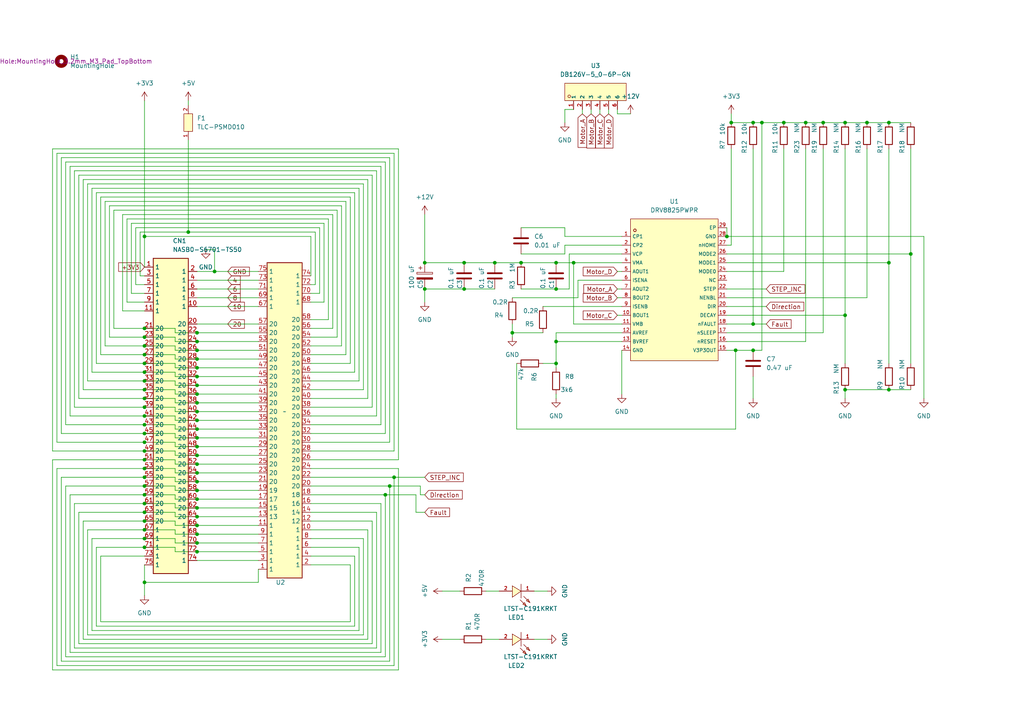
<source format=kicad_sch>
(kicad_sch (version 20230121) (generator eeschema)
  (paper "A4")
  (lib_symbols
    (symbol "Device:C" (pin_numbers hide) (pin_names (offset 0.254))
      (property "Reference" "C" (at 0.635 2.54 0))
      (property "Value" "C" (at 0.635 -2.54 0))
      (symbol "C_1_1"
        (pin passive line (at 0 3.81 270) (length 2.794) (name "~") (number "1"))
        (pin passive line (at 0 -3.81 90) (length 2.794) (name "~") (number "2"))
      )
    )
    (symbol "Device:C_Polarized" (pin_numbers hide) (pin_names (offset 0.254))
      (property "Reference" "C" (at 0.635 2.54 0))
      (property "Value" "C_Polarized" (at 0.635 -2.54 0))
      (symbol "C_Polarized_1_1"
        (pin passive line (at 0 3.81 270) (length 2.794) (name "~") (number "1"))
        (pin passive line (at 0 -3.81 90) (length 2.794) (name "~") (number "2"))
      )
    )
    (symbol "Device:R" (pin_numbers hide) (pin_names (offset 0))
      (property "Reference" "R" (at 2.032 0 90))
      (property "Value" "R" (at 0 0 90))
      (symbol "R_1_1"
        (pin passive line (at 0 3.81 270) (length 1.27) (name "~") (number "1"))
        (pin passive line (at 0 -3.81 90) (length 1.27) (name "~") (number "2"))
      )
    )
    (symbol "JLC:DB126V-5_0-6P-GN"
      (property "Reference" "U" (at 0 1.27 0))
      (property "Value" "DB126V-5_0-6P-GN" (at 0 -2.54 0))
      (symbol "DB126V-5_0-6P-GN_0_1"
        (pin unspecified line (at -5.08 6.35 0) (length 2.54) (name "1") (number "1"))
        (pin unspecified line (at -5.08 3.81 0) (length 2.54) (name "2") (number "2"))
        (pin unspecified line (at -5.08 1.27 0) (length 2.54) (name "3") (number "3"))
        (pin unspecified line (at -5.08 -1.27 0) (length 2.54) (name "4") (number "4"))
        (pin unspecified line (at -5.08 -3.81 0) (length 2.54) (name "5") (number "5"))
        (pin unspecified line (at -5.08 -6.35 0) (length 2.54) (name "6") (number "6"))
      )
    )
    (symbol "JLC:DRV8825PWPR"
      (property "Reference" "U1" (at 0 26.67 0))
      (property "Value" "DRV8825PWPR" (at 0 24.13 0))
      (symbol "DRV8825PWPR_0_1"
        (pin unspecified line (at -15.24 16.51 0) (length 2.54) (name "CP1") (number "1"))
        (pin unspecified line (at -15.24 -6.35 0) (length 2.54) (name "BOUT1") (number "10"))
        (pin unspecified line (at -15.24 -8.89 0) (length 2.54) (name "VMB") (number "11"))
        (pin unspecified line (at -15.24 -11.43 0) (length 2.54) (name "AVREF") (number "12"))
        (pin unspecified line (at -15.24 -13.97 0) (length 2.54) (name "BVREF") (number "13"))
        (pin unspecified line (at -15.24 -16.51 0) (length 2.54) (name "GND") (number "14"))
        (pin unspecified line (at 15.24 -16.51 180) (length 2.54) (name "V3P3OUT") (number "15"))
        (pin unspecified line (at 15.24 -13.97 180) (length 2.54) (name "nRESET") (number "16"))
        (pin unspecified line (at 15.24 -11.43 180) (length 2.54) (name "nSLEEP") (number "17"))
        (pin unspecified line (at 15.24 -8.89 180) (length 2.54) (name "nFAULT") (number "18"))
        (pin unspecified line (at 15.24 -6.35 180) (length 2.54) (name "DECAY") (number "19"))
        (pin unspecified line (at -15.24 13.97 0) (length 2.54) (name "CP2") (number "2"))
        (pin unspecified line (at 15.24 -3.81 180) (length 2.54) (name "DIR") (number "20"))
        (pin unspecified line (at 15.24 -1.27 180) (length 2.54) (name "NENBL") (number "21"))
        (pin unspecified line (at 15.24 1.27 180) (length 2.54) (name "STEP") (number "22"))
        (pin unspecified line (at 15.24 3.81 180) (length 2.54) (name "NC") (number "23"))
        (pin unspecified line (at 15.24 6.35 180) (length 2.54) (name "MODE0") (number "24"))
        (pin unspecified line (at 15.24 8.89 180) (length 2.54) (name "MODE1") (number "25"))
        (pin unspecified line (at 15.24 11.43 180) (length 2.54) (name "MODE2") (number "26"))
        (pin unspecified line (at 15.24 13.97 180) (length 2.54) (name "nHOME") (number "27"))
        (pin unspecified line (at 15.24 16.51 180) (length 2.54) (name "GND") (number "28"))
        (pin unspecified line (at -15.24 11.43 0) (length 2.54) (name "VCP") (number "3"))
        (pin unspecified line (at -15.24 8.89 0) (length 2.54) (name "VMA") (number "4"))
        (pin unspecified line (at -15.24 6.35 0) (length 2.54) (name "AOUT1") (number "5"))
        (pin unspecified line (at -15.24 3.81 0) (length 2.54) (name "ISENA") (number "6"))
        (pin unspecified line (at -15.24 1.27 0) (length 2.54) (name "AOUT2") (number "7"))
        (pin unspecified line (at -15.24 -1.27 0) (length 2.54) (name "BOUT2") (number "8"))
        (pin unspecified line (at -15.24 -3.81 0) (length 2.54) (name "ISENB") (number "9"))
      )
      (symbol "DRV8825PWPR_1_1"
        (pin unspecified line (at 15.24 19.05 180) (length 2.54) (name "EP") (number "29"))
      )
    )
    (symbol "JLC:LTST-C191KRKT" (pin_names hide)
      (property "Reference" "LED" (at 0 1.27 0))
      (property "Value" "LTST-C191KRKT" (at 0 -2.54 0))
      (symbol "LTST-C191KRKT_0_1"
        (pin unspecified line (at -5.08 0 0) (length 3.81) (name "-") (number "1"))
        (pin unspecified line (at 5.08 0 180) (length 3.81) (name "+") (number "2"))
      )
    )
    (symbol "JLC:TLC-PSMD010" (pin_names hide)
      (property "Reference" "F" (at 0 1.27 0))
      (property "Value" "TLC-PSMD010" (at 0 -2.54 0))
      (symbol "TLC-PSMD010_0_1"
        (pin unspecified line (at -5.08 0 0) (length 2.54) (name "1") (number "1"))
        (pin unspecified line (at 5.08 0 180) (length 2.54) (name "2") (number "2"))
      )
    )
    (symbol "JLC_parts:NASB0-S6701-TS50"
      (property "Reference" "CN" (at 0 1.27 0))
      (property "Value" "NASB0-S6701-TS50" (at 0 -2.54 0))
      (symbol "NASB0-S6701-TS50_1_1"
        (pin input line (at -6.35 45.72 0) (length 2.54) (name "1") (number "1"))
        (pin input line (at 8.89 34.29 180) (length 2.54) (name "1") (number "10"))
        (pin input line (at -6.35 33.02 0) (length 2.54) (name "1") (number "11"))
        (pin input line (at 8.89 44.45 180) (length 2.54) (name "1") (number "2"))
        (pin input line (at 8.89 29.21 180) (length 2.54) (name "20") (number "20"))
        (pin input line (at -6.35 27.94 0) (length 2.54) (name "20") (number "21"))
        (pin input line (at 8.89 26.67 180) (length 2.54) (name "20") (number "22"))
        (pin input line (at -6.35 25.4 0) (length 2.54) (name "20") (number "23"))
        (pin input line (at 8.89 24.13 180) (length 2.54) (name "20") (number "24"))
        (pin input line (at -6.35 22.86 0) (length 2.54) (name "20") (number "25"))
        (pin input line (at 8.89 21.59 180) (length 2.54) (name "20") (number "26"))
        (pin input line (at -6.35 20.32 0) (length 2.54) (name "20") (number "27"))
        (pin input line (at 8.89 19.05 180) (length 2.54) (name "20") (number "28"))
        (pin input line (at -6.35 17.78 0) (length 2.54) (name "20") (number "29"))
        (pin input line (at -6.35 43.18 0) (length 2.54) (name "1") (number "3"))
        (pin input line (at 8.89 16.51 180) (length 2.54) (name "20") (number "30"))
        (pin input line (at -6.35 15.24 0) (length 2.54) (name "20") (number "31"))
        (pin input line (at 8.89 13.97 180) (length 2.54) (name "20") (number "32"))
        (pin input line (at -6.35 12.7 0) (length 2.54) (name "20") (number "33"))
        (pin input line (at 8.89 11.43 180) (length 2.54) (name "20") (number "34"))
        (pin input line (at -6.35 10.16 0) (length 2.54) (name "20") (number "35"))
        (pin input line (at 8.89 8.89 180) (length 2.54) (name "20") (number "36"))
        (pin input line (at -6.35 7.62 0) (length 2.54) (name "20") (number "37"))
        (pin input line (at 8.89 6.35 180) (length 2.54) (name "20") (number "38"))
        (pin input line (at -6.35 5.08 0) (length 2.54) (name "20") (number "39"))
        (pin input line (at 8.89 41.91 180) (length 2.54) (name "1") (number "4"))
        (pin input line (at 8.89 3.81 180) (length 2.54) (name "20") (number "40"))
        (pin input line (at -6.35 2.54 0) (length 2.54) (name "20") (number "41"))
        (pin input line (at 8.89 1.27 180) (length 2.54) (name "20") (number "42"))
        (pin input line (at -6.35 0 0) (length 2.54) (name "20") (number "43"))
        (pin input line (at 8.89 -1.27 180) (length 2.54) (name "20") (number "44"))
        (pin input line (at -6.35 -2.54 0) (length 2.54) (name "20") (number "45"))
        (pin input line (at 8.89 -3.81 180) (length 2.54) (name "20") (number "46"))
        (pin input line (at -6.35 -5.08 0) (length 2.54) (name "20") (number "47"))
        (pin input line (at 8.89 -6.35 180) (length 2.54) (name "20") (number "48"))
        (pin input line (at -6.35 -7.62 0) (length 2.54) (name "20") (number "49"))
        (pin input line (at -6.35 40.64 0) (length 2.54) (name "1") (number "5"))
        (pin input line (at 8.89 -8.89 180) (length 2.54) (name "20") (number "50"))
        (pin input line (at -6.35 -10.16 0) (length 2.54) (name "20") (number "51"))
        (pin input line (at 8.89 -11.43 180) (length 2.54) (name "20") (number "52"))
        (pin input line (at -6.35 -12.7 0) (length 2.54) (name "20") (number "53"))
        (pin input line (at 8.89 -13.97 180) (length 2.54) (name "20") (number "54"))
        (pin input line (at -6.35 -15.24 0) (length 2.54) (name "20") (number "55"))
        (pin input line (at 8.89 -16.51 180) (length 2.54) (name "20") (number "56"))
        (pin input line (at -6.35 -17.78 0) (length 2.54) (name "20") (number "57"))
        (pin input line (at 8.89 -19.05 180) (length 2.54) (name "20") (number "58"))
        (pin input line (at -6.35 -20.32 0) (length 2.54) (name "20") (number "59"))
        (pin input line (at 8.89 39.37 180) (length 2.54) (name "1") (number "6"))
        (pin input line (at 8.89 -21.59 180) (length 2.54) (name "20") (number "60"))
        (pin input line (at -6.35 -22.86 0) (length 2.54) (name "20") (number "61"))
        (pin input line (at 8.89 -24.13 180) (length 2.54) (name "20") (number "62"))
        (pin input line (at -6.35 -25.4 0) (length 2.54) (name "20") (number "63"))
        (pin input line (at 8.89 -26.67 180) (length 2.54) (name "20") (number "64"))
        (pin input line (at -6.35 -27.94 0) (length 2.54) (name "20") (number "65"))
        (pin input line (at 8.89 -29.21 180) (length 2.54) (name "1") (number "66"))
        (pin input line (at -6.35 -30.48 0) (length 2.54) (name "1") (number "67"))
        (pin input line (at 8.89 -31.75 180) (length 2.54) (name "1") (number "68"))
        (pin input line (at -6.35 -33.02 0) (length 2.54) (name "1") (number "69"))
        (pin input line (at -6.35 38.1 0) (length 2.54) (name "1") (number "7"))
        (pin input line (at 8.89 -34.29 180) (length 2.54) (name "1") (number "70"))
        (pin input line (at -6.35 -35.56 0) (length 2.54) (name "1") (number "71"))
        (pin input line (at 8.89 -36.83 180) (length 2.54) (name "1") (number "72"))
        (pin input line (at -6.35 -38.1 0) (length 2.54) (name "1") (number "73"))
        (pin input line (at 8.89 -39.37 180) (length 2.54) (name "1") (number "74"))
        (pin input line (at -6.35 -40.64 0) (length 2.54) (name "1") (number "75"))
        (pin input line (at 8.89 36.83 180) (length 2.54) (name "1") (number "8"))
        (pin input line (at -6.35 35.56 0) (length 2.54) (name "1") (number "9"))
      )
    )
    (symbol "JLC_parts:m.2_M_edge_fingers"
      (property "Reference" "U" (at 0 -7.62 0))
      (symbol "m.2_M_edge_fingers_1_1"
        (pin input line (at -7.62 45.72 0) (length 2.54) (name "1") (number "1"))
        (pin input line (at 7.62 34.29 180) (length 2.54) (name "1") (number "10"))
        (pin input line (at -7.62 33.02 0) (length 2.54) (name "1") (number "11"))
        (pin input line (at 7.62 31.75 180) (length 2.54) (name "12") (number "12"))
        (pin input line (at -7.62 30.48 0) (length 2.54) (name "13") (number "13"))
        (pin input line (at 7.62 29.21 180) (length 2.54) (name "14") (number "14"))
        (pin input line (at -7.62 27.94 0) (length 2.54) (name "15") (number "15"))
        (pin input line (at 7.62 26.67 180) (length 2.54) (name "16") (number "16"))
        (pin input line (at -7.62 25.4 0) (length 2.54) (name "17") (number "17"))
        (pin input line (at 7.62 24.13 180) (length 2.54) (name "18") (number "18"))
        (pin input line (at -7.62 22.86 0) (length 2.54) (name "19") (number "19"))
        (pin input line (at 7.62 44.45 180) (length 2.54) (name "1") (number "2"))
        (pin input line (at 7.62 21.59 180) (length 2.54) (name "20") (number "20"))
        (pin input line (at -7.62 20.32 0) (length 2.54) (name "20") (number "21"))
        (pin input line (at 7.62 19.05 180) (length 2.54) (name "20") (number "22"))
        (pin input line (at -7.62 17.78 0) (length 2.54) (name "20") (number "23"))
        (pin input line (at 7.62 16.51 180) (length 2.54) (name "20") (number "24"))
        (pin input line (at -7.62 15.24 0) (length 2.54) (name "20") (number "25"))
        (pin input line (at 7.62 13.97 180) (length 2.54) (name "20") (number "26"))
        (pin input line (at -7.62 12.7 0) (length 2.54) (name "20") (number "27"))
        (pin input line (at 7.62 11.43 180) (length 2.54) (name "20") (number "28"))
        (pin input line (at -7.62 10.16 0) (length 2.54) (name "20") (number "29"))
        (pin input line (at -7.62 43.18 0) (length 2.54) (name "1") (number "3"))
        (pin input line (at 7.62 8.89 180) (length 2.54) (name "20") (number "30"))
        (pin input line (at -7.62 7.62 0) (length 2.54) (name "20") (number "31"))
        (pin input line (at 7.62 6.35 180) (length 2.54) (name "20") (number "32"))
        (pin input line (at -7.62 5.08 0) (length 2.54) (name "20") (number "33"))
        (pin input line (at 7.62 3.81 180) (length 2.54) (name "20") (number "34"))
        (pin input line (at -7.62 2.54 0) (length 2.54) (name "20") (number "35"))
        (pin input line (at 7.62 1.27 180) (length 2.54) (name "20") (number "36"))
        (pin input line (at -7.62 0 0) (length 2.54) (name "20") (number "37"))
        (pin input line (at 7.62 -1.27 180) (length 2.54) (name "20") (number "38"))
        (pin input line (at -7.62 -2.54 0) (length 2.54) (name "20") (number "39"))
        (pin input line (at 7.62 41.91 180) (length 2.54) (name "1") (number "4"))
        (pin input line (at 7.62 -3.81 180) (length 2.54) (name "20") (number "40"))
        (pin input line (at -7.62 -5.08 0) (length 2.54) (name "20") (number "41"))
        (pin input line (at 7.62 -6.35 180) (length 2.54) (name "20") (number "42"))
        (pin input line (at -7.62 -7.62 0) (length 2.54) (name "20") (number "43"))
        (pin input line (at 7.62 -8.89 180) (length 2.54) (name "20") (number "44"))
        (pin input line (at -7.62 -10.16 0) (length 2.54) (name "20") (number "45"))
        (pin input line (at 7.62 -11.43 180) (length 2.54) (name "20") (number "46"))
        (pin input line (at -7.62 -12.7 0) (length 2.54) (name "20") (number "47"))
        (pin input line (at 7.62 -13.97 180) (length 2.54) (name "20") (number "48"))
        (pin input line (at -7.62 -15.24 0) (length 2.54) (name "20") (number "49"))
        (pin input line (at -7.62 40.64 0) (length 2.54) (name "1") (number "5"))
        (pin input line (at 7.62 -16.51 180) (length 2.54) (name "20") (number "50"))
        (pin input line (at -7.62 -17.78 0) (length 2.54) (name "20") (number "51"))
        (pin input line (at 7.62 -19.05 180) (length 2.54) (name "20") (number "52"))
        (pin input line (at -7.62 -20.32 0) (length 2.54) (name "20") (number "53"))
        (pin input line (at 7.62 -21.59 180) (length 2.54) (name "20") (number "54"))
        (pin input line (at -7.62 -22.86 0) (length 2.54) (name "20") (number "55"))
        (pin input line (at 7.62 -24.13 180) (length 2.54) (name "20") (number "56"))
        (pin input line (at -7.62 -25.4 0) (length 2.54) (name "20") (number "57"))
        (pin input line (at 7.62 -26.67 180) (length 2.54) (name "20") (number "58"))
        (pin input line (at 7.62 39.37 180) (length 2.54) (name "1") (number "6"))
        (pin input line (at -7.62 -30.48 0) (length 2.54) (name "1") (number "67"))
        (pin input line (at 7.62 -31.75 180) (length 2.54) (name "1") (number "68"))
        (pin input line (at -7.62 -33.02 0) (length 2.54) (name "1") (number "69"))
        (pin input line (at -7.62 38.1 0) (length 2.54) (name "1") (number "7"))
        (pin input line (at 7.62 -34.29 180) (length 2.54) (name "1") (number "70"))
        (pin input line (at -7.62 -35.56 0) (length 2.54) (name "1") (number "71"))
        (pin input line (at 7.62 -36.83 180) (length 2.54) (name "1") (number "72"))
        (pin input line (at -7.62 -38.1 0) (length 2.54) (name "1") (number "73"))
        (pin input line (at 7.62 -39.37 180) (length 2.54) (name "1") (number "74"))
        (pin input line (at -7.62 -40.64 0) (length 2.54) (name "1") (number "75"))
        (pin input line (at 7.62 36.83 180) (length 2.54) (name "1") (number "8"))
        (pin input line (at -7.62 35.56 0) (length 2.54) (name "1") (number "9"))
      )
    )
    (symbol "Mechanical:MountingHole" (pin_names (offset 1.016))
      (property "Reference" "H" (at 0 5.08 0))
      (property "Value" "MountingHole" (at 0 3.175 0))
    )
    (symbol "power:+12V" (power) (pin_names (offset 0))
      (property "Value" "+12V" (at 0 3.556 0))
      (symbol "+12V_1_1"
        (pin power_in line (at 0 0 90) (length 0) hide (name "+12V") (number "1"))
      )
    )
    (symbol "power:+3V3" (power) (pin_names (offset 0))
      (property "Value" "+3V3" (at 0 3.556 0))
      (symbol "+3V3_1_1"
        (pin power_in line (at 0 0 90) (length 0) hide (name "+3V3") (number "1"))
      )
    )
    (symbol "power:+5V" (power) (pin_names (offset 0))
      (property "Value" "+5V" (at 0 3.556 0))
      (symbol "+5V_1_1"
        (pin power_in line (at 0 0 90) (length 0) hide (name "+5V") (number "1"))
      )
    )
    (symbol "power:GND" (power) (pin_names (offset 0))
      (property "Value" "GND" (at 0 -3.81 0))
      (symbol "GND_1_1"
        (pin power_in line (at 0 0 270) (length 0) hide (name "GND") (number "1"))
      )
    )
  )
  (junction (at 41.91 156.21))
  (junction (at 264.16 73.66))
  (junction (at 57.15 134.62))
  (junction (at 148.59 96.52))
  (junction (at 41.91 113.03))
  (junction (at 57.15 157.48))
  (junction (at 57.15 96.52))
  (junction (at 134.62 83.82))
  (junction (at 57.15 160.02))
  (junction (at 123.19 83.82))
  (junction (at 57.15 104.14))
  (junction (at 218.44 101.6))
  (junction (at 57.15 114.3))
  (junction (at 57.15 152.4))
  (junction (at 213.36 101.6))
  (junction (at 41.91 68.58))
  (junction (at 57.15 129.54))
  (junction (at 57.15 109.22))
  (junction (at 245.11 35.56))
  (junction (at 41.91 107.95))
  (junction (at 57.15 137.16))
  (junction (at 41.91 133.35))
  (junction (at 57.15 111.76))
  (junction (at 111.76 143.51))
  (junction (at 166.37 76.2))
  (junction (at 212.09 35.56))
  (junction (at 238.76 35.56))
  (junction (at 41.91 97.79))
  (junction (at 57.15 116.84))
  (junction (at 41.91 143.51))
  (junction (at 57.15 124.46))
  (junction (at 227.33 35.56))
  (junction (at 57.15 132.08))
  (junction (at 57.15 127))
  (junction (at 161.29 99.06))
  (junction (at 245.11 113.03))
  (junction (at 41.91 158.75))
  (junction (at 233.68 35.56))
  (junction (at 220.98 35.56))
  (junction (at 57.15 149.86))
  (junction (at 41.91 105.41))
  (junction (at 151.13 76.2))
  (junction (at 41.91 95.25))
  (junction (at 257.81 113.03))
  (junction (at 41.91 138.43))
  (junction (at 57.15 99.06))
  (junction (at 62.23 78.74))
  (junction (at 41.91 100.33))
  (junction (at 161.29 76.2))
  (junction (at 41.91 118.11))
  (junction (at 57.15 154.94))
  (junction (at 57.15 139.7))
  (junction (at 54.61 67.31))
  (junction (at 143.51 76.2))
  (junction (at 57.15 147.32))
  (junction (at 210.82 68.58))
  (junction (at 257.81 76.2))
  (junction (at 245.11 91.44))
  (junction (at 57.15 106.68))
  (junction (at 114.3 138.43))
  (junction (at 218.44 35.56))
  (junction (at 41.91 102.87))
  (junction (at 57.15 144.78))
  (junction (at 57.15 142.24))
  (junction (at 41.91 130.81))
  (junction (at 57.15 119.38))
  (junction (at 113.03 140.97))
  (junction (at 41.91 135.89))
  (junction (at 57.15 121.92))
  (junction (at 41.91 125.73))
  (junction (at 134.62 76.2))
  (junction (at 41.91 168.91))
  (junction (at 41.91 115.57))
  (junction (at 41.91 146.05))
  (junction (at 41.91 123.19))
  (junction (at 41.91 148.59))
  (junction (at 123.19 76.2))
  (junction (at 41.91 153.67))
  (junction (at 41.91 128.27))
  (junction (at 41.91 110.49))
  (junction (at 257.81 35.56))
  (junction (at 57.15 101.6))
  (junction (at 41.91 151.13))
  (junction (at 161.29 83.82))
  (junction (at 251.46 35.56))
  (junction (at 41.91 140.97))
  (junction (at 218.44 93.98))
  (junction (at 161.29 105.41))
  (junction (at 41.91 120.65))
  (wire (pts (xy 41.91 102.87) (xy 50.8 102.87)))
  (wire (pts (xy 110.49 123.19) (xy 110.49 48.26)))
  (wire (pts (xy 105.41 53.34) (xy 25.4 53.34)))
  (wire (pts (xy 179.07 83.82) (xy 180.34 83.82)))
  (wire (pts (xy 41.91 105.41) (xy 27.94 105.41)))
  (wire (pts (xy 218.44 109.22) (xy 218.44 115.57)))
  (wire (pts (xy 41.91 138.43) (xy 50.8 138.43)))
  (wire (pts (xy 165.1 83.82) (xy 161.29 83.82)))
  (wire (pts (xy 41.91 125.73) (xy 50.8 125.73)))
  (wire (pts (xy 90.17 128.27) (xy 113.03 128.27)))
  (wire (pts (xy 163.83 66.04) (xy 151.13 66.04)))
  (wire (pts (xy 210.82 78.74) (xy 227.33 78.74)))
  (wire (pts (xy 50.8 119.38) (xy 57.15 119.38)))
  (wire (pts (xy 50.8 127) (xy 57.15 127)))
  (wire (pts (xy 123.19 83.82) (xy 123.19 87.63)))
  (wire (pts (xy 50.8 107.95) (xy 50.8 109.22)))
  (wire (pts (xy 180.34 73.66) (xy 165.1 73.66)))
  (wire (pts (xy 41.91 151.13) (xy 50.8 151.13)))
  (wire (pts (xy 57.15 147.32) (xy 74.93 147.32)))
  (wire (pts (xy 50.8 135.89) (xy 50.8 137.16)))
  (wire (pts (xy 57.15 154.94) (xy 74.93 154.94)))
  (wire (pts (xy 41.91 100.33) (xy 50.8 100.33)))
  (wire (pts (xy 107.95 151.13) (xy 107.95 186.69)))
  (wire (pts (xy 171.45 33.02) (xy 171.45 31.75)))
  (wire (pts (xy 257.81 43.18) (xy 257.81 76.2)))
  (wire (pts (xy 101.6 57.15) (xy 29.21 57.15)))
  (wire (pts (xy 105.41 113.03) (xy 105.41 53.34)))
  (wire (pts (xy 90.17 153.67) (xy 106.68 153.67)))
  (wire (pts (xy 220.98 101.6) (xy 218.44 101.6)))
  (wire (pts (xy 210.82 88.9) (xy 222.25 88.9)))
  (wire (pts (xy 113.03 140.97) (xy 121.92 140.97)))
  (wire (pts (xy 41.91 100.33) (xy 30.48 100.33)))
  (wire (pts (xy 50.8 140.97) (xy 50.8 142.24)))
  (wire (pts (xy 151.13 73.66) (xy 163.83 73.66)))
  (wire (pts (xy 41.91 156.21) (xy 50.8 156.21)))
  (wire (pts (xy 54.61 40.64) (xy 54.61 67.31)))
  (wire (pts (xy 50.8 133.35) (xy 50.8 134.62)))
  (wire (pts (xy 50.8 106.68) (xy 57.15 106.68)))
  (wire (pts (xy 167.64 86.36) (xy 148.59 86.36)))
  (wire (pts (xy 29.21 57.15) (xy 29.21 102.87)))
  (wire (pts (xy 41.91 77.47) (xy 41.91 68.58)))
  (wire (pts (xy 20.32 48.26) (xy 20.32 120.65)))
  (wire (pts (xy 57.15 149.86) (xy 74.93 149.86)))
  (wire (pts (xy 41.91 118.11) (xy 21.59 118.11)))
  (wire (pts (xy 109.22 187.96) (xy 109.22 148.59)))
  (wire (pts (xy 41.91 146.05) (xy 21.59 146.05)))
  (wire (pts (xy 212.09 71.12) (xy 210.82 71.12)))
  (wire (pts (xy 93.98 64.77) (xy 38.1 64.77)))
  (wire (pts (xy 50.8 148.59) (xy 50.8 149.86)))
  (wire (pts (xy 106.68 115.57) (xy 106.68 52.07)))
  (wire (pts (xy 57.15 119.38) (xy 74.93 119.38)))
  (wire (pts (xy 50.8 124.46) (xy 57.15 124.46)))
  (wire (pts (xy 41.91 146.05) (xy 50.8 146.05)))
  (wire (pts (xy 220.98 35.56) (xy 227.33 35.56)))
  (wire (pts (xy 154.94 171.45) (xy 158.75 171.45)))
  (wire (pts (xy 41.91 107.95) (xy 50.8 107.95)))
  (wire (pts (xy 50.8 96.52) (xy 57.15 96.52)))
  (wire (pts (xy 212.09 33.02) (xy 212.09 35.56)))
  (wire (pts (xy 163.83 73.66) (xy 163.83 71.12)))
  (wire (pts (xy 102.87 107.95) (xy 90.17 107.95)))
  (wire (pts (xy 50.8 116.84) (xy 57.15 116.84)))
  (wire (pts (xy 57.15 134.62) (xy 74.93 134.62)))
  (wire (pts (xy 92.71 66.04) (xy 92.71 85.09)))
  (wire (pts (xy 24.13 185.42) (xy 106.68 185.42)))
  (wire (pts (xy 41.91 120.65) (xy 50.8 120.65)))
  (wire (pts (xy 57.15 109.22) (xy 74.93 109.22)))
  (wire (pts (xy 57.15 137.16) (xy 74.93 137.16)))
  (wire (pts (xy 161.29 76.2) (xy 166.37 76.2)))
  (wire (pts (xy 15.24 194.31) (xy 115.57 194.31)))
  (wire (pts (xy 57.15 111.76) (xy 74.93 111.76)))
  (wire (pts (xy 50.8 134.62) (xy 57.15 134.62)))
  (wire (pts (xy 50.8 109.22) (xy 57.15 109.22)))
  (wire (pts (xy 133.35 185.42) (xy 128.27 185.42)))
  (wire (pts (xy 41.91 133.35) (xy 15.24 133.35)))
  (wire (pts (xy 50.8 123.19) (xy 50.8 124.46)))
  (wire (pts (xy 257.81 76.2) (xy 257.81 105.41)))
  (wire (pts (xy 115.57 133.35) (xy 115.57 43.18)))
  (wire (pts (xy 110.49 189.23) (xy 20.32 189.23)))
  (wire (pts (xy 50.8 101.6) (xy 57.15 101.6)))
  (wire (pts (xy 50.8 125.73) (xy 50.8 127)))
  (wire (pts (xy 41.91 128.27) (xy 50.8 128.27)))
  (wire (pts (xy 93.98 87.63) (xy 93.98 64.77)))
  (wire (pts (xy 15.24 43.18) (xy 15.24 130.81)))
  (wire (pts (xy 165.1 73.66) (xy 165.1 83.82)))
  (wire (pts (xy 57.15 93.98) (xy 74.93 93.98)))
  (wire (pts (xy 90.17 143.51) (xy 111.76 143.51)))
  (wire (pts (xy 29.21 102.87) (xy 41.91 102.87)))
  (wire (pts (xy 90.17 125.73) (xy 111.76 125.73)))
  (wire (pts (xy 121.92 143.51) (xy 123.19 143.51)))
  (wire (pts (xy 210.82 83.82) (xy 222.25 83.82)))
  (wire (pts (xy 17.78 138.43) (xy 17.78 191.77)))
  (wire (pts (xy 91.44 82.55) (xy 90.17 82.55)))
  (wire (pts (xy 50.8 110.49) (xy 50.8 111.76)))
  (wire (pts (xy 57.15 162.56) (xy 74.93 162.56)))
  (wire (pts (xy 107.95 50.8) (xy 22.86 50.8)))
  (wire (pts (xy 90.17 95.25) (xy 96.52 95.25)))
  (wire (pts (xy 148.59 93.98) (xy 148.59 96.52)))
  (wire (pts (xy 41.91 123.19) (xy 19.05 123.19)))
  (wire (pts (xy 90.17 100.33) (xy 99.06 100.33)))
  (wire (pts (xy 50.8 99.06) (xy 57.15 99.06)))
  (wire (pts (xy 50.8 157.48) (xy 57.15 157.48)))
  (wire (pts (xy 113.03 128.27) (xy 113.03 45.72)))
  (wire (pts (xy 41.91 161.29) (xy 29.21 161.29)))
  (wire (pts (xy 30.48 58.42) (xy 100.33 58.42)))
  (wire (pts (xy 57.15 116.84) (xy 74.93 116.84)))
  (wire (pts (xy 50.8 154.94) (xy 57.15 154.94)))
  (wire (pts (xy 106.68 52.07) (xy 24.13 52.07)))
  (wire (pts (xy 50.8 138.43) (xy 50.8 139.7)))
  (wire (pts (xy 161.29 99.06) (xy 180.34 99.06)))
  (wire (pts (xy 50.8 120.65) (xy 50.8 121.92)))
  (wire (pts (xy 41.91 68.58) (xy 90.17 68.58)))
  (wire (pts (xy 41.91 156.21) (xy 26.67 156.21)))
  (wire (pts (xy 41.91 151.13) (xy 24.13 151.13)))
  (wire (pts (xy 251.46 43.18) (xy 251.46 86.36)))
  (wire (pts (xy 113.03 45.72) (xy 17.78 45.72)))
  (wire (pts (xy 41.91 87.63) (xy 36.83 87.63)))
  (wire (pts (xy 50.8 114.3) (xy 57.15 114.3)))
  (wire (pts (xy 168.91 33.02) (xy 168.91 31.75)))
  (wire (pts (xy 210.82 91.44) (xy 245.11 91.44)))
  (wire (pts (xy 19.05 190.5) (xy 19.05 140.97)))
  (wire (pts (xy 180.34 93.98) (xy 166.37 93.98)))
  (wire (pts (xy 16.51 135.89) (xy 41.91 135.89)))
  (wire (pts (xy 22.86 115.57) (xy 41.91 115.57)))
  (wire (pts (xy 62.23 72.39) (xy 59.69 72.39)))
  (wire (pts (xy 50.8 95.25) (xy 50.8 96.52)))
  (wire (pts (xy 39.37 66.04) (xy 92.71 66.04)))
  (wire (pts (xy 166.37 93.98) (xy 166.37 76.2)))
  (wire (pts (xy 90.17 113.03) (xy 105.41 113.03)))
  (wire (pts (xy 54.61 67.31) (xy 91.44 67.31)))
  (wire (pts (xy 57.15 81.28) (xy 74.93 81.28)))
  (wire (pts (xy 245.11 91.44) (xy 245.11 105.41)))
  (wire (pts (xy 57.15 157.48) (xy 74.93 157.48)))
  (wire (pts (xy 50.8 105.41) (xy 50.8 106.68)))
  (wire (pts (xy 149.86 124.46) (xy 213.36 124.46)))
  (wire (pts (xy 233.68 43.18) (xy 233.68 99.06)))
  (wire (pts (xy 180.34 96.52) (xy 161.29 96.52)))
  (wire (pts (xy 21.59 49.53) (xy 109.22 49.53)))
  (wire (pts (xy 264.16 43.18) (xy 264.16 73.66)))
  (wire (pts (xy 19.05 123.19) (xy 19.05 46.99)))
  (wire (pts (xy 26.67 54.61) (xy 104.14 54.61)))
  (wire (pts (xy 50.8 102.87) (xy 50.8 104.14)))
  (wire (pts (xy 41.91 107.95) (xy 26.67 107.95)))
  (wire (pts (xy 90.17 148.59) (xy 109.22 148.59)))
  (wire (pts (xy 238.76 35.56) (xy 245.11 35.56)))
  (wire (pts (xy 245.11 35.56) (xy 251.46 35.56)))
  (wire (pts (xy 41.91 82.55) (xy 39.37 82.55)))
  (wire (pts (xy 92.71 85.09) (xy 90.17 85.09)))
  (wire (pts (xy 50.8 152.4) (xy 57.15 152.4)))
  (wire (pts (xy 21.59 187.96) (xy 109.22 187.96)))
  (wire (pts (xy 24.13 113.03) (xy 41.91 113.03)))
  (wire (pts (xy 109.22 49.53) (xy 109.22 120.65)))
  (wire (pts (xy 115.57 194.31) (xy 115.57 135.89)))
  (wire (pts (xy 21.59 118.11) (xy 21.59 49.53)))
  (wire (pts (xy 163.83 31.75) (xy 163.83 35.56)))
  (wire (pts (xy 41.91 115.57) (xy 50.8 115.57)))
  (wire (pts (xy 41.91 168.91) (xy 74.93 168.91)))
  (wire (pts (xy 50.8 158.75) (xy 50.8 160.02)))
  (wire (pts (xy 210.82 101.6) (xy 213.36 101.6)))
  (wire (pts (xy 233.68 35.56) (xy 238.76 35.56)))
  (wire (pts (xy 111.76 190.5) (xy 19.05 190.5)))
  (wire (pts (xy 102.87 161.29) (xy 102.87 181.61)))
  (wire (pts (xy 102.87 181.61) (xy 27.94 181.61)))
  (wire (pts (xy 96.52 62.23) (xy 35.56 62.23)))
  (wire (pts (xy 22.86 50.8) (xy 22.86 115.57)))
  (wire (pts (xy 151.13 83.82) (xy 161.29 83.82)))
  (wire (pts (xy 16.51 128.27) (xy 16.51 44.45)))
  (wire (pts (xy 57.15 104.14) (xy 74.93 104.14)))
  (wire (pts (xy 95.25 92.71) (xy 90.17 92.71)))
  (wire (pts (xy 27.94 55.88) (xy 102.87 55.88)))
  (wire (pts (xy 57.15 144.78) (xy 74.93 144.78)))
  (wire (pts (xy 210.82 86.36) (xy 251.46 86.36)))
  (wire (pts (xy 90.17 161.29) (xy 102.87 161.29)))
  (wire (pts (xy 57.15 124.46) (xy 74.93 124.46)))
  (wire (pts (xy 25.4 153.67) (xy 41.91 153.67)))
  (wire (pts (xy 36.83 63.5) (xy 95.25 63.5)))
  (wire (pts (xy 101.6 105.41) (xy 101.6 57.15)))
  (wire (pts (xy 245.11 113.03) (xy 257.81 113.03)))
  (wire (pts (xy 41.91 133.35) (xy 50.8 133.35)))
  (wire (pts (xy 33.02 60.96) (xy 97.79 60.96)))
  (wire (pts (xy 166.37 31.75) (xy 163.83 31.75)))
  (wire (pts (xy 41.91 110.49) (xy 50.8 110.49)))
  (wire (pts (xy 120.65 143.51) (xy 120.65 148.59)))
  (wire (pts (xy 91.44 67.31) (xy 91.44 82.55)))
  (wire (pts (xy 29.21 180.34) (xy 101.6 180.34)))
  (wire (pts (xy 90.17 140.97) (xy 113.03 140.97)))
  (wire (pts (xy 27.94 158.75) (xy 41.91 158.75)))
  (wire (pts (xy 180.34 101.6) (xy 180.34 114.3)))
  (wire (pts (xy 57.15 152.4) (xy 74.93 152.4)))
  (wire (pts (xy 57.15 83.82) (xy 74.93 83.82)))
  (wire (pts (xy 107.95 186.69) (xy 22.86 186.69)))
  (wire (pts (xy 15.24 130.81) (xy 41.91 130.81)))
  (wire (pts (xy 41.91 113.03) (xy 50.8 113.03)))
  (wire (pts (xy 105.41 156.21) (xy 105.41 184.15)))
  (wire (pts (xy 143.51 76.2) (xy 151.13 76.2)))
  (wire (pts (xy 31.75 97.79) (xy 41.91 97.79)))
  (wire (pts (xy 50.8 113.03) (xy 50.8 114.3)))
  (wire (pts (xy 21.59 146.05) (xy 21.59 187.96)))
  (wire (pts (xy 210.82 73.66) (xy 264.16 73.66)))
  (wire (pts (xy 35.56 90.17) (xy 41.91 90.17)))
  (wire (pts (xy 50.8 143.51) (xy 50.8 144.78)))
  (wire (pts (xy 62.23 78.74) (xy 74.93 78.74)))
  (wire (pts (xy 238.76 43.18) (xy 238.76 96.52)))
  (wire (pts (xy 50.8 142.24) (xy 57.15 142.24)))
  (wire (pts (xy 50.8 118.11) (xy 50.8 119.38)))
  (wire (pts (xy 114.3 138.43) (xy 123.19 138.43)))
  (wire (pts (xy 251.46 35.56) (xy 257.81 35.56)))
  (wire (pts (xy 212.09 43.18) (xy 212.09 71.12)))
  (wire (pts (xy 123.19 62.23) (xy 123.19 76.2)))
  (wire (pts (xy 114.3 193.04) (xy 16.51 193.04)))
  (wire (pts (xy 57.15 142.24) (xy 74.93 142.24)))
  (wire (pts (xy 163.83 68.58) (xy 163.83 66.04)))
  (wire (pts (xy 90.17 156.21) (xy 105.41 156.21)))
  (wire (pts (xy 149.86 124.46) (xy 149.86 105.41)))
  (wire (pts (xy 38.1 85.09) (xy 41.91 85.09)))
  (wire (pts (xy 16.51 193.04) (xy 16.51 135.89)))
  (wire (pts (xy 110.49 146.05) (xy 110.49 189.23)))
  (wire (pts (xy 90.17 123.19) (xy 110.49 123.19)))
  (wire (pts (xy 40.64 80.01) (xy 40.64 67.31)))
  (wire (pts (xy 41.91 168.91) (xy 41.91 172.72)))
  (wire (pts (xy 33.02 95.25) (xy 33.02 60.96)))
  (wire (pts (xy 50.8 104.14) (xy 57.15 104.14)))
  (wire (pts (xy 90.17 87.63) (xy 93.98 87.63)))
  (wire (pts (xy 245.11 43.18) (xy 245.11 91.44)))
  (wire (pts (xy 111.76 143.51) (xy 111.76 190.5)))
  (wire (pts (xy 50.8 111.76) (xy 57.15 111.76)))
  (wire (pts (xy 179.07 86.36) (xy 180.34 86.36)))
  (wire (pts (xy 20.32 143.51) (xy 41.91 143.51)))
  (wire (pts (xy 212.09 35.56) (xy 218.44 35.56)))
  (wire (pts (xy 99.06 59.69) (xy 31.75 59.69)))
  (wire (pts (xy 41.91 105.41) (xy 50.8 105.41)))
  (wire (pts (xy 50.8 100.33) (xy 50.8 101.6)))
  (wire (pts (xy 111.76 143.51) (xy 120.65 143.51)))
  (wire (pts (xy 41.91 140.97) (xy 50.8 140.97)))
  (wire (pts (xy 90.17 151.13) (xy 107.95 151.13)))
  (wire (pts (xy 50.8 130.81) (xy 50.8 132.08)))
  (wire (pts (xy 57.15 132.08) (xy 74.93 132.08)))
  (wire (pts (xy 102.87 55.88) (xy 102.87 107.95)))
  (wire (pts (xy 180.34 81.28) (xy 167.64 81.28)))
  (wire (pts (xy 50.8 147.32) (xy 57.15 147.32)))
  (wire (pts (xy 41.91 29.21) (xy 41.91 68.58)))
  (wire (pts (xy 50.8 97.79) (xy 50.8 99.06)))
  (wire (pts (xy 121.92 140.97) (xy 121.92 143.51)))
  (wire (pts (xy 57.15 127) (xy 74.93 127)))
  (wire (pts (xy 257.81 35.56) (xy 264.16 35.56)))
  (wire (pts (xy 50.8 156.21) (xy 50.8 157.48)))
  (wire (pts (xy 154.94 185.42) (xy 158.75 185.42)))
  (wire (pts (xy 120.65 148.59) (xy 123.19 148.59)))
  (wire (pts (xy 111.76 46.99) (xy 111.76 125.73)))
  (wire (pts (xy 213.36 101.6) (xy 213.36 124.46)))
  (wire (pts (xy 227.33 35.56) (xy 233.68 35.56)))
  (wire (pts (xy 140.97 171.45) (xy 144.78 171.45)))
  (wire (pts (xy 97.79 60.96) (xy 97.79 97.79)))
  (wire (pts (xy 31.75 59.69) (xy 31.75 97.79)))
  (wire (pts (xy 166.37 76.2) (xy 180.34 76.2)))
  (wire (pts (xy 41.91 148.59) (xy 50.8 148.59)))
  (wire (pts (xy 15.24 133.35) (xy 15.24 194.31)))
  (wire (pts (xy 50.8 137.16) (xy 57.15 137.16)))
  (wire (pts (xy 114.3 44.45) (xy 114.3 130.81)))
  (wire (pts (xy 50.8 132.08) (xy 57.15 132.08)))
  (wire (pts (xy 16.51 44.45) (xy 114.3 44.45)))
  (wire (pts (xy 57.15 139.7) (xy 74.93 139.7)))
  (wire (pts (xy 25.4 184.15) (xy 25.4 153.67)))
  (wire (pts (xy 57.15 129.54) (xy 74.93 129.54)))
  (wire (pts (xy 123.19 83.82) (xy 134.62 83.82)))
  (wire (pts (xy 257.81 113.03) (xy 264.16 113.03)))
  (wire (pts (xy 41.91 153.67) (xy 50.8 153.67)))
  (wire (pts (xy 41.91 123.19) (xy 50.8 123.19)))
  (wire (pts (xy 213.36 101.6) (xy 218.44 101.6)))
  (wire (pts (xy 161.29 106.68) (xy 161.29 105.41)))
  (wire (pts (xy 19.05 140.97) (xy 41.91 140.97)))
  (wire (pts (xy 50.8 115.57) (xy 50.8 116.84)))
  (wire (pts (xy 54.61 29.21) (xy 54.61 30.48)))
  (wire (pts (xy 29.21 161.29) (xy 29.21 180.34)))
  (wire (pts (xy 134.62 83.82) (xy 143.51 83.82)))
  (wire (pts (xy 50.8 128.27) (xy 50.8 129.54)))
  (wire (pts (xy 90.17 135.89) (xy 115.57 135.89)))
  (wire (pts (xy 210.82 68.58) (xy 267.97 68.58)))
  (wire (pts (xy 100.33 58.42) (xy 100.33 102.87)))
  (wire (pts (xy 210.82 76.2) (xy 257.81 76.2)))
  (wire (pts (xy 24.13 151.13) (xy 24.13 185.42)))
  (wire (pts (xy 104.14 54.61) (xy 104.14 110.49)))
  (wire (pts (xy 17.78 45.72) (xy 17.78 125.73)))
  (wire (pts (xy 25.4 110.49) (xy 41.91 110.49)))
  (wire (pts (xy 90.17 158.75) (xy 104.14 158.75)))
  (wire (pts (xy 179.07 33.02) (xy 179.07 31.75)))
  (wire (pts (xy 104.14 182.88) (xy 104.14 158.75)))
  (wire (pts (xy 50.8 144.78) (xy 57.15 144.78)))
  (wire (pts (xy 110.49 48.26) (xy 20.32 48.26)))
  (wire (pts (xy 210.82 66.04) (xy 210.82 68.58)))
  (wire (pts (xy 57.15 160.02) (xy 74.93 160.02)))
  (wire (pts (xy 161.29 96.52) (xy 161.29 99.06)))
  (wire (pts (xy 179.07 33.02) (xy 182.88 33.02)))
  (wire (pts (xy 90.17 163.83) (xy 101.6 163.83)))
  (wire (pts (xy 220.98 35.56) (xy 220.98 101.6)))
  (wire (pts (xy 218.44 35.56) (xy 220.98 35.56)))
  (wire (pts (xy 50.8 146.05) (xy 50.8 147.32)))
  (wire (pts (xy 179.07 91.44) (xy 180.34 91.44)))
  (wire (pts (xy 27.94 105.41) (xy 27.94 55.88)))
  (wire (pts (xy 27.94 181.61) (xy 27.94 158.75)))
  (wire (pts (xy 107.95 118.11) (xy 107.95 50.8)))
  (wire (pts (xy 157.48 88.9) (xy 180.34 88.9)))
  (wire (pts (xy 99.06 100.33) (xy 99.06 59.69)))
  (wire (pts (xy 140.97 185.42) (xy 144.78 185.42)))
  (wire (pts (xy 97.79 97.79) (xy 90.17 97.79)))
  (wire (pts (xy 41.91 80.01) (xy 40.64 80.01)))
  (wire (pts (xy 41.91 128.27) (xy 16.51 128.27)))
  (wire (pts (xy 57.15 99.06) (xy 74.93 99.06)))
  (wire (pts (xy 90.17 118.11) (xy 107.95 118.11)))
  (wire (pts (xy 90.17 146.05) (xy 110.49 146.05)))
  (wire (pts (xy 101.6 180.34) (xy 101.6 163.83)))
  (wire (pts (xy 90.17 130.81) (xy 114.3 130.81)))
  (wire (pts (xy 38.1 64.77) (xy 38.1 85.09)))
  (wire (pts (xy 50.8 121.92) (xy 57.15 121.92)))
  (wire (pts (xy 105.41 184.15) (xy 25.4 184.15)))
  (wire (pts (xy 264.16 73.66) (xy 264.16 105.41)))
  (wire (pts (xy 163.83 68.58) (xy 180.34 68.58)))
  (wire (pts (xy 24.13 52.07) (xy 24.13 113.03)))
  (wire (pts (xy 133.35 171.45) (xy 128.27 171.45)))
  (wire (pts (xy 57.15 121.92) (xy 74.93 121.92)))
  (wire (pts (xy 106.68 185.42) (xy 106.68 153.67)))
  (wire (pts (xy 134.62 76.2) (xy 143.51 76.2)))
  (wire (pts (xy 95.25 63.5) (xy 95.25 92.71)))
  (wire (pts (xy 41.91 130.81) (xy 50.8 130.81)))
  (wire (pts (xy 90.17 110.49) (xy 104.14 110.49)))
  (wire (pts (xy 25.4 53.34) (xy 25.4 110.49)))
  (wire (pts (xy 36.83 87.63) (xy 36.83 63.5)))
  (wire (pts (xy 179.07 78.74) (xy 180.34 78.74)))
  (wire (pts (xy 41.91 158.75) (xy 50.8 158.75)))
  (wire (pts (xy 90.17 138.43) (xy 114.3 138.43)))
  (wire (pts (xy 210.82 99.06) (xy 233.68 99.06)))
  (wire (pts (xy 50.8 149.86) (xy 57.15 149.86)))
  (wire (pts (xy 100.33 102.87) (xy 90.17 102.87)))
  (wire (pts (xy 227.33 43.18) (xy 227.33 78.74)))
  (wire (pts (xy 41.91 143.51) (xy 50.8 143.51)))
  (wire (pts (xy 115.57 43.18) (xy 15.24 43.18)))
  (wire (pts (xy 22.86 148.59) (xy 41.91 148.59)))
  (wire (pts (xy 123.19 76.2) (xy 134.62 76.2)))
  (wire (pts (xy 62.23 78.74) (xy 62.23 72.39)))
  (wire (pts (xy 41.91 138.43) (xy 17.78 138.43)))
  (wire (pts (xy 50.8 139.7) (xy 57.15 139.7)))
  (wire (pts (xy 50.8 160.02) (xy 57.15 160.02)))
  (wire (pts (xy 210.82 93.98) (xy 218.44 93.98)))
  (wire (pts (xy 218.44 43.18) (xy 218.44 93.98)))
  (wire (pts (xy 50.8 129.54) (xy 57.15 129.54)))
  (wire (pts (xy 57.15 96.52) (xy 74.93 96.52)))
  (wire (pts (xy 57.15 86.36) (xy 74.93 86.36)))
  (wire (pts (xy 57.15 88.9) (xy 74.93 88.9)))
  (wire (pts (xy 210.82 96.52) (xy 238.76 96.52)))
  (wire (pts (xy 50.8 151.13) (xy 50.8 152.4)))
  (wire (pts (xy 57.15 106.68) (xy 74.93 106.68)))
  (wire (pts (xy 90.17 120.65) (xy 109.22 120.65)))
  (wire (pts (xy 26.67 156.21) (xy 26.67 182.88)))
  (wire (pts (xy 41.91 95.25) (xy 50.8 95.25)))
  (wire (pts (xy 20.32 120.65) (xy 41.91 120.65)))
  (wire (pts (xy 173.99 33.02) (xy 173.99 31.75)))
  (wire (pts (xy 218.44 93.98) (xy 222.25 93.98)))
  (wire (pts (xy 267.97 68.58) (xy 267.97 115.57)))
  (wire (pts (xy 19.05 46.99) (xy 111.76 46.99)))
  (wire (pts (xy 113.03 191.77) (xy 113.03 140.97)))
  (wire (pts (xy 90.17 115.57) (xy 106.68 115.57)))
  (wire (pts (xy 22.86 186.69) (xy 22.86 148.59)))
  (wire (pts (xy 17.78 125.73) (xy 41.91 125.73)))
  (wire (pts (xy 96.52 95.25) (xy 96.52 62.23)))
  (wire (pts (xy 41.91 97.79) (xy 50.8 97.79)))
  (wire (pts (xy 40.64 67.31) (xy 54.61 67.31)))
  (wire (pts (xy 41.91 118.11) (xy 50.8 118.11)))
  (wire (pts (xy 148.59 96.52) (xy 148.59 97.79)))
  (wire (pts (xy 41.91 135.89) (xy 50.8 135.89)))
  (wire (pts (xy 41.91 95.25) (xy 33.02 95.25)))
  (wire (pts (xy 157.48 105.41) (xy 161.29 105.41)))
  (wire (pts (xy 35.56 62.23) (xy 35.56 90.17)))
  (wire (pts (xy 17.78 191.77) (xy 113.03 191.77)))
  (wire (pts (xy 20.32 189.23) (xy 20.32 143.51)))
  (wire (pts (xy 245.11 115.57) (xy 245.11 113.03)))
  (wire (pts (xy 39.37 82.55) (xy 39.37 66.04)))
  (wire (pts (xy 163.83 71.12) (xy 180.34 71.12)))
  (wire (pts (xy 90.17 68.58) (xy 90.17 80.01)))
  (wire (pts (xy 74.93 168.91) (xy 74.93 165.1)))
  (wire (pts (xy 90.17 105.41) (xy 101.6 105.41)))
  (wire (pts (xy 161.29 114.3) (xy 161.29 115.57)))
  (wire (pts (xy 161.29 105.41) (xy 161.29 99.06)))
  (wire (pts (xy 57.15 114.3) (xy 74.93 114.3)))
  (wire (pts (xy 167.64 81.28) (xy 167.64 86.36)))
  (wire (pts (xy 114.3 138.43) (xy 114.3 193.04)))
  (wire (pts (xy 50.8 153.67) (xy 50.8 154.94)))
  (wire (pts (xy 26.67 182.88) (xy 104.14 182.88)))
  (wire (pts (xy 151.13 76.2) (xy 161.29 76.2)))
  (wire (pts (xy 26.67 107.95) (xy 26.67 54.61)))
  (wire (pts (xy 57.15 101.6) (xy 74.93 101.6)))
  (wire (pts (xy 148.59 96.52) (xy 157.48 96.52)))
  (wire (pts (xy 30.48 100.33) (xy 30.48 58.42)))
  (wire (pts (xy 57.15 78.74) (xy 62.23 78.74)))
  (wire (pts (xy 176.53 33.02) (xy 176.53 31.75)))
  (wire (pts (xy 90.17 133.35) (xy 115.57 133.35)))
  (wire (pts (xy 41.91 163.83) (xy 41.91 168.91)))
  (global_label "Motor_A" (shape input) (at 179.07 83.82 180) (property "Intersheetrefs" "${INTERSHEET_REFS}" (effects hide)))
  (global_label "Motor_C" (shape input) (at 173.99 33.02 270) (property "Intersheetrefs" "${INTERSHEET_REFS}" (effects hide)))
  (global_label "Motor_D" (shape input) (at 179.07 78.74 180) (property "Intersheetrefs" "${INTERSHEET_REFS}" (effects hide)))
  (global_label "Direction" (shape input) (at 222.25 88.9 0) (property "Intersheetrefs" "${INTERSHEET_REFS}" (effects hide)))
  (global_label "20" (shape input) (at 66.04 93.98 0) (property "Intersheetrefs" "${INTERSHEET_REFS}" (effects hide)))
  (global_label "Direction" (shape input) (at 123.19 143.51 0) (property "Intersheetrefs" "${INTERSHEET_REFS}" (effects hide)))
  (global_label "Motor_D" (shape input) (at 176.53 33.02 270) (property "Intersheetrefs" "${INTERSHEET_REFS}" (effects hide)))
  (global_label "Motor_C" (shape input) (at 179.07 91.44 180) (property "Intersheetrefs" "${INTERSHEET_REFS}" (effects hide)))
  (global_label "Fault" (shape input) (at 123.19 148.59 0) (property "Intersheetrefs" "${INTERSHEET_REFS}" (effects hide)))
  (global_label "Fault" (shape input) (at 222.25 93.98 0) (property "Intersheetrefs" "${INTERSHEET_REFS}" (effects hide)))
  (global_label "STEP_INC" (shape input) (at 123.19 138.43 0) (property "Intersheetrefs" "${INTERSHEET_REFS}" (effects hide)))
  (global_label "8" (shape input) (at 66.04 86.36 0) (property "Intersheetrefs" "${INTERSHEET_REFS}" (effects hide)))
  (global_label "+3V3" (shape input) (at 41.91 77.47 180) (property "Intersheetrefs" "${INTERSHEET_REFS}" (effects hide)))
  (global_label "4" (shape input) (at 66.04 81.28 0) (property "Intersheetrefs" "${INTERSHEET_REFS}" (effects hide)))
  (global_label "Motor_B" (shape input) (at 179.07 86.36 180) (property "Intersheetrefs" "${INTERSHEET_REFS}" (effects hide)))
  (global_label "Motor_B" (shape input) (at 171.45 33.02 270) (property "Intersheetrefs" "${INTERSHEET_REFS}" (effects hide)))
  (global_label "10" (shape input) (at 66.04 88.9 0) (property "Intersheetrefs" "${INTERSHEET_REFS}" (effects hide)))
  (global_label "Motor_A" (shape input) (at 168.91 33.02 270) (property "Intersheetrefs" "${INTERSHEET_REFS}" (effects hide)))
  (global_label "STEP_INC" (shape input) (at 222.25 83.82 0) (property "Intersheetrefs" "${INTERSHEET_REFS}" (effects hide)))
  (global_label "6" (shape input) (at 66.04 83.82 0) (property "Intersheetrefs" "${INTERSHEET_REFS}" (effects hide)))
  (global_label "GND" (shape input) (at 66.04 78.74 0) (property "Intersheetrefs" "${INTERSHEET_REFS}" (effects hide)))
  (symbol (lib_id "Device:C") (at 151.13 69.85 0) (unit 1)
    (property "Reference" "C6" (at 154.94 68.58 0) (effects (justify left)))
    (property "Value" "0.01 uF" (at 154.94 71.12 0) (effects (justify left)))
    (property "Footprint" "Capacitor_SMD:C_0603_1608Metric" (effects hide))
  )
  (symbol (lib_id "JLC_parts:m.2_M_edge_fingers") (at 82.55 119.38 0) (mirror x) (unit 1)
    (property "Reference" "U2" (at 81.3435 168.91 0))
    (property "Value" "~" (at 82.55 119.38 0))
    (property "Footprint" "NGFF:NGFF_M" (effects hide))
  )
  (symbol (lib_id "Device:C") (at 161.29 80.01 0) (unit 1)
    (property "Reference" "C1" (at 160.02 83.82 90) (effects (justify left)))
    (property "Value" "0.1 uF" (at 157.48 83.82 90) (effects (justify left)))
    (property "Footprint" "Capacitor_SMD:C_0603_1608Metric" (effects hide))
  )
  (symbol (lib_id "Device:R") (at 233.68 39.37 180) (unit 1)
    (property "Reference" "R23" (at 231.14 40.64 90) (effects (justify left)))
    (property "Value" "NM" (at 231.14 35.56 90) (effects (justify left)))
    (property "Footprint" "Resistor_SMD:R_0603_1608Metric" (effects hide))
  )
  (symbol (lib_id "Device:C") (at 134.62 80.01 0) (unit 1)
    (property "Reference" "C3" (at 133.35 83.82 90) (effects (justify left)))
    (property "Value" "0.1 uF" (at 130.81 83.82 90) (effects (justify left)))
    (property "Footprint" "Capacitor_SMD:C_0603_1608Metric" (effects hide))
  )
  (symbol (lib_id "Device:R") (at 212.09 39.37 180) (unit 1)
    (property "Reference" "R7" (at 209.55 40.64 90) (effects (justify left)))
    (property "Value" "10k" (at 209.55 35.56 90) (effects (justify left)))
    (property "Footprint" "Resistor_SMD:R_0603_1608Metric" (effects hide))
  )
  (symbol (lib_id "Device:R") (at 151.13 80.01 180) (unit 1)
    (property "Reference" "R3" (at 148.59 81.28 90) (effects (justify left)))
    (property "Value" "1M" (at 148.59 76.2 90) (effects (justify left)))
    (property "Footprint" "Resistor_SMD:R_0603_1608Metric" (effects hide))
  )
  (symbol (lib_id "power:+12V") (at 182.88 33.02 0) (mirror y) (unit 1)
    (property "Reference" "#PWR013" (effects hide))
    (property "Value" "+12V" (at 182.88 27.94 0))
  )
  (symbol (lib_id "power:GND") (at 180.34 114.3 0) (unit 1)
    (property "Reference" "#PWR015" (effects hide))
    (property "Value" "GND" (at 180.34 119.38 0))
  )
  (symbol (lib_id "JLC:TLC-PSMD010") (at 54.61 35.56 90) (unit 1)
    (property "Reference" "F1" (at 57.15 34.29 90) (effects (justify right)))
    (property "Value" "TLC-PSMD010" (at 57.15 36.83 90) (effects (justify right)))
    (property "Footprint" "footprint:F0805" (effects hide))
    (property "Datasheet" "https://item.szlcsc.com/343298.html" (effects hide))
    (property "LCSC" "C261939" (effects hide))
  )
  (symbol (lib_id "power:GND") (at 245.11 115.57 0) (unit 1)
    (property "Reference" "#PWR014" (effects hide))
    (property "Value" "GND" (at 245.11 120.65 0))
  )
  (symbol (lib_id "Device:R") (at 148.59 90.17 180) (unit 1)
    (property "Reference" "R4" (at 146.05 91.44 0) (effects (justify left)))
    (property "Value" "0.2R" (at 147.32 87.63 0) (effects (justify left)))
    (property "Footprint" "Resistor_SMD:R_0603_1608Metric" (effects hide))
  )
  (symbol (lib_id "power:+3V3") (at 41.91 29.21 0) (unit 1)
    (property "Reference" "#PWR09" (effects hide))
    (property "Value" "+3V3" (at 41.91 24.13 0))
  )
  (symbol (lib_id "power:GND") (at 163.83 35.56 0) (unit 1)
    (property "Reference" "#PWR018" (effects hide))
    (property "Value" "GND" (at 163.83 40.64 0))
  )
  (symbol (lib_id "power:GND") (at 158.75 185.42 90) (unit 1)
    (property "Reference" "#PWR08" (effects hide))
    (property "Value" "GND" (at 163.83 185.42 0))
  )
  (symbol (lib_id "power:GND") (at 161.29 115.57 0) (unit 1)
    (property "Reference" "#PWR05" (effects hide))
    (property "Value" "GND" (at 161.29 120.65 0))
  )
  (symbol (lib_id "power:GND") (at 123.19 87.63 0) (unit 1)
    (property "Reference" "#PWR010" (effects hide))
    (property "Value" "GND" (at 123.19 92.71 0))
  )
  (symbol (lib_id "JLC:DRV8825PWPR") (at 195.58 85.09 0) (unit 1)
    (property "Reference" "U1" (at 195.58 58.42 0))
    (property "Value" "DRV8825PWPR" (at 195.58 60.96 0))
    (property "Footprint" "footprint:HTSSOP-28_L9.7-W4.4-P0.65-LS6.4-BL-EP" (effects hide))
    (property "Datasheet" "https://item.szlcsc.com/82734.html" (effects hide))
    (property "LCSC" "C81582" (effects hide))
  )
  (symbol (lib_id "power:+12V") (at 123.19 62.23 0) (unit 1)
    (property "Reference" "#PWR011" (effects hide))
    (property "Value" "+12V" (at 123.19 57.15 0))
  )
  (symbol (lib_id "Mechanical:MountingHole") (at 17.78 17.78 0) (unit 1)
    (property "Reference" "H1" (at 20.32 16.51 0) (effects (justify left)))
    (property "Value" "MountingHole" (at 20.32 19.05 0) (effects (justify left)))
    (property "Footprint" "MountingHole:MountingHole_3.2mm_M3_Pad_TopBottom" (at 17.78 17.78 0))
  )
  (symbol (lib_id "Device:R") (at 264.16 109.22 180) (unit 1)
    (property "Reference" "R10" (at 261.62 109.22 90) (effects (justify left)))
    (property "Value" "NM" (at 261.62 104.14 90) (effects (justify left)))
    (property "Footprint" "Resistor_SMD:R_0603_1608Metric" (effects hide))
  )
  (symbol (lib_id "Device:R") (at 264.16 39.37 180) (unit 1)
    (property "Reference" "R18" (at 261.62 40.64 90) (effects (justify left)))
    (property "Value" "NM" (at 261.62 35.56 90) (effects (justify left)))
    (property "Footprint" "Resistor_SMD:R_0603_1608Metric" (effects hide))
  )
  (symbol (lib_id "Device:R") (at 137.16 171.45 90) (unit 1)
    (property "Reference" "R2" (at 135.89 168.91 0) (effects (justify left)))
    (property "Value" "470R" (at 139.7 170.18 0) (effects (justify left)))
    (property "Footprint" "Resistor_SMD:R_0603_1608Metric" (effects hide))
  )
  (symbol (lib_id "JLC_parts:NASB0-S6701-TS50") (at 48.26 123.19 0) (unit 1)
    (property "Reference" "CN1" (at 50.0809 69.85 0) (effects (justify left)))
    (property "Value" "NASB0-S6701-TS50" (at 50.0809 72.39 0) (effects (justify left)))
    (property "Footprint" "footprint_old:CONN-SMD_67P-P0.50-V_NASB0-S6701-TS50" (effects hide))
    (property "Datasheet" "https://item.szlcsc.com/340992.html" (effects hide))
    (property "LCSC" "C367024" (effects hide))
  )
  (symbol (lib_id "JLC:DB126V-5_0-6P-GN") (at 172.72 26.67 90) (unit 1)
    (property "Reference" "U3" (at 172.72 19.05 90))
    (property "Value" "DB126V-5_0-6P-GN" (at 172.72 21.59 90))
    (property "Footprint" "footprint:CONN-TH_DB126V-5.0-6P-GN" (effects hide))
    (property "Datasheet" "https://item.szlcsc.com/2776616.html" (effects hide))
    (property "LCSC" "C2682301" (effects hide))
  )
  (symbol (lib_id "power:GND") (at 158.75 171.45 90) (unit 1)
    (property "Reference" "#PWR03" (effects hide))
    (property "Value" "GND" (at 163.83 171.45 0))
  )
  (symbol (lib_id "Device:R") (at 251.46 39.37 180) (unit 1)
    (property "Reference" "R16" (at 248.92 40.64 90) (effects (justify left)))
    (property "Value" "NM" (at 248.92 35.56 90) (effects (justify left)))
    (property "Footprint" "Resistor_SMD:R_0603_1608Metric" (effects hide))
  )
  (symbol (lib_id "Device:C") (at 218.44 105.41 0) (unit 1)
    (property "Reference" "C7" (at 222.25 104.14 0) (effects (justify left)))
    (property "Value" "0.47 uF" (at 222.25 106.68 0) (effects (justify left)))
    (property "Footprint" "Capacitor_SMD:C_0603_1608Metric" (effects hide))
  )
  (symbol (lib_id "Device:R") (at 218.44 39.37 180) (unit 1)
    (property "Reference" "R12" (at 215.9 40.64 90) (effects (justify left)))
    (property "Value" "10k" (at 215.9 35.56 90) (effects (justify left)))
    (property "Footprint" "Resistor_SMD:R_0603_1608Metric" (effects hide))
  )
  (symbol (lib_id "Device:R") (at 257.81 109.22 180) (unit 1)
    (property "Reference" "R9" (at 255.27 110.49 90) (effects (justify left)))
    (property "Value" "NM" (at 255.27 104.14 90) (effects (justify left)))
    (property "Footprint" "Resistor_SMD:R_0603_1608Metric" (effects hide))
  )
  (symbol (lib_id "Device:C") (at 143.51 80.01 0) (unit 1)
    (property "Reference" "C2" (at 142.24 83.82 90) (effects (justify left)))
    (property "Value" "0.1 uF" (at 139.7 83.82 90) (effects (justify left)))
    (property "Footprint" "Capacitor_SMD:C_0603_1608Metric" (effects hide))
  )
  (symbol (lib_id "Device:R") (at 245.11 109.22 180) (unit 1)
    (property "Reference" "R13" (at 242.57 110.49 90) (effects (justify left)))
    (property "Value" "NM" (at 242.57 105.41 90) (effects (justify left)))
    (property "Footprint" "Resistor_SMD:R_0603_1608Metric" (effects hide))
  )
  (symbol (lib_id "Device:C_Polarized") (at 123.19 80.01 0) (unit 1)
    (property "Reference" "C5" (at 121.92 83.82 90) (effects (justify left)))
    (property "Value" "100 uF" (at 119.38 83.82 90) (effects (justify left)))
    (property "Footprint" "Capacitor_SMD:CP_Elec_6.3x5.4_Nichicon" (effects hide))
  )
  (symbol (lib_id "JLC:LTST-C191KRKT") (at 149.86 171.45 180) (unit 1)
    (property "Reference" "LED1" (at 147.32 179.07 0) (effects (justify right)))
    (property "Value" "LTST-C191KRKT" (at 146.05 176.53 0) (effects (justify right)))
    (property "Footprint" "footprints:LED0603-RD" (effects hide))
    (property "Datasheet" "https://item.szlcsc.com/347874.html" (effects hide))
    (property "LCSC" "C125099" (effects hide))
  )
  (symbol (lib_id "power:GND") (at 218.44 115.57 0) (unit 1)
    (property "Reference" "#PWR012" (effects hide))
    (property "Value" "GND" (at 218.44 120.65 0))
  )
  (symbol (lib_id "power:+3V3") (at 212.09 33.02 0) (unit 1)
    (property "Reference" "#PWR016" (effects hide))
    (property "Value" "+3V3" (at 212.09 27.94 0))
  )
  (symbol (lib_id "power:GND") (at 148.59 97.79 0) (unit 1)
    (property "Reference" "#PWR06" (effects hide))
    (property "Value" "GND" (at 148.59 102.87 0))
  )
  (symbol (lib_id "power:+5V") (at 54.61 29.21 0) (unit 1)
    (property "Reference" "#PWR072" (effects hide))
    (property "Value" "+5V" (at 54.61 24.13 0))
  )
  (symbol (lib_id "Device:R") (at 157.48 92.71 180) (unit 1)
    (property "Reference" "R5" (at 154.94 93.98 0) (effects (justify left)))
    (property "Value" "0.2R" (at 156.21 90.17 0) (effects (justify left)))
    (property "Footprint" "Resistor_SMD:R_0603_1608Metric" (effects hide))
  )
  (symbol (lib_id "power:+3V3") (at 128.27 185.42 90) (unit 1)
    (property "Reference" "#PWR07" (effects hide))
    (property "Value" "+3V3" (at 123.19 185.42 0))
  )
  (symbol (lib_id "Device:R") (at 161.29 110.49 0) (unit 1)
    (property "Reference" "R8" (at 163.83 109.22 0) (effects (justify left)))
    (property "Value" "3k6" (at 162.56 113.03 0) (effects (justify left)))
    (property "Footprint" "Resistor_SMD:R_0603_1608Metric" (effects hide))
  )
  (symbol (lib_id "Device:R") (at 238.76 39.37 180) (unit 1)
    (property "Reference" "R19" (at 236.22 40.64 90) (effects (justify left)))
    (property "Value" "NM" (at 236.22 35.56 90) (effects (justify left)))
    (property "Footprint" "Resistor_SMD:R_0603_1608Metric" (effects hide))
  )
  (symbol (lib_id "power:+5V") (at 128.27 171.45 90) (unit 1)
    (property "Reference" "#PWR04" (effects hide))
    (property "Value" "+5V" (at 123.19 171.45 0))
  )
  (symbol (lib_id "Device:R") (at 227.33 39.37 180) (unit 1)
    (property "Reference" "R11" (at 224.79 40.64 90) (effects (justify left)))
    (property "Value" "10k" (at 224.79 35.56 90) (effects (justify left)))
    (property "Footprint" "Resistor_SMD:R_0603_1608Metric" (effects hide))
  )
  (symbol (lib_id "JLC:LTST-C191KRKT") (at 149.86 185.42 180) (unit 1)
    (property "Reference" "LED2" (at 147.32 193.04 0) (effects (justify right)))
    (property "Value" "LTST-C191KRKT" (at 146.05 190.5 0) (effects (justify right)))
    (property "Footprint" "footprints:LED0603-RD" (effects hide))
    (property "Datasheet" "https://item.szlcsc.com/347874.html" (effects hide))
    (property "LCSC" "C125099" (effects hide))
  )
  (symbol (lib_id "power:GND") (at 267.97 115.57 0) (unit 1)
    (property "Reference" "#PWR017" (effects hide))
    (property "Value" "GND" (at 267.97 120.65 0))
  )
  (symbol (lib_id "Device:R") (at 153.67 105.41 270) (unit 1)
    (property "Reference" "R6" (at 154.94 107.95 0) (effects (justify left)))
    (property "Value" "47k" (at 151.13 106.68 0) (effects (justify left)))
    (property "Footprint" "Resistor_SMD:R_0603_1608Metric" (effects hide))
  )
  (symbol (lib_id "power:GND") (at 59.69 72.39 0) (unit 1)
    (property "Reference" "#PWR02" (effects hide))
    (property "Value" "GND" (at 59.69 77.47 0))
  )
  (symbol (lib_id "Device:R") (at 137.16 185.42 90) (unit 1)
    (property "Reference" "R1" (at 135.89 182.88 0) (effects (justify left)))
    (property "Value" "470R" (at 138.43 182.88 0) (effects (justify left)))
    (property "Footprint" "Resistor_SMD:R_0603_1608Metric" (effects hide))
  )
  (symbol (lib_id "power:GND") (at 41.91 172.72 0) (unit 1)
    (property "Reference" "#PWR01" (effects hide))
    (property "Value" "GND" (at 41.91 177.8 0))
  )
  (symbol (lib_id "Device:R") (at 245.11 39.37 180) (unit 1)
    (property "Reference" "R14" (at 242.57 40.64 90) (effects (justify left)))
    (property "Value" "NM" (at 242.57 35.56 90) (effects (justify left)))
    (property "Footprint" "Resistor_SMD:R_0603_1608Metric" (effects hide))
  )
  (symbol (lib_id "Device:R") (at 257.81 39.37 180) (unit 1)
    (property "Reference" "R17" (at 255.27 40.64 90) (effects (justify left)))
    (property "Value" "NM" (at 255.27 35.56 90) (effects (justify left)))
    (property "Footprint" "Resistor_SMD:R_0603_1608Metric" (effects hide))
  )
)
</source>
